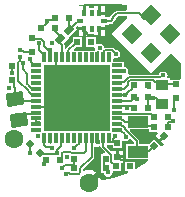
<source format=gtl>
%FSTAX23Y23*%
%MOIN*%
%SFA1B1*%

%IPPOS*%
%AMD17*
4,1,4,-0.024100,-0.027200,0.032000,-0.017300,0.024100,0.027200,-0.032000,0.017300,-0.024100,-0.027200,0.0*
%
%AMD19*
4,1,4,0.002100,0.018700,-0.018700,-0.002100,-0.002100,-0.018700,0.018700,0.002100,0.002100,0.018700,0.0*
%
%AMD22*
4,1,4,-0.034800,0.000000,0.000000,-0.034800,0.034800,0.000000,0.000000,0.034800,-0.034800,0.000000,0.0*
%
%AMD26*
4,1,4,0.000000,-0.015300,0.015300,0.000000,0.000000,0.015300,-0.015300,0.000000,0.000000,-0.015300,0.0*
%
%AMD27*
4,1,4,-0.015300,0.000000,0.000000,-0.015300,0.015300,0.000000,0.000000,0.015300,-0.015300,0.000000,0.0*
%
%ADD14R,0.224410X0.224410*%
%ADD15R,0.011810X0.033470*%
%ADD16R,0.033470X0.011810*%
G04~CAMADD=17~9~0.0~0.0~570.9~452.8~0.0~0.0~0~0.0~0.0~0.0~0.0~0~0.0~0.0~0.0~0.0~0~0.0~0.0~0.0~190.0~640.0~543.0*
%ADD17D17*%
%ADD18R,0.039370X0.035430*%
G04~CAMADD=19~9~0.0~0.0~295.3~236.2~0.0~0.0~0~0.0~0.0~0.0~0.0~0~0.0~0.0~0.0~0.0~0~0.0~0.0~0.0~45.0~374.0~373.0*
%ADD19D19*%
%ADD20R,0.021650X0.021650*%
%ADD21R,0.070870X0.039370*%
G04~CAMADD=22~10~0.0~492.1~0.0~0.0~0.0~0.0~0~0.0~0.0~0.0~0.0~0~0.0~0.0~0.0~0.0~0~0.0~0.0~0.0~135.0~492.1~0.0*
%ADD22D22*%
%ADD23R,0.015750X0.023620*%
%ADD24R,0.023620X0.015750*%
%ADD25R,0.021650X0.021650*%
G04~CAMADD=26~10~0.0~216.5~0.0~0.0~0.0~0.0~0~0.0~0.0~0.0~0.0~0~0.0~0.0~0.0~0.0~0~0.0~0.0~0.0~225.0~216.5~0.0*
%ADD26D26*%
G04~CAMADD=27~10~0.0~216.5~0.0~0.0~0.0~0.0~0~0.0~0.0~0.0~0.0~0~0.0~0.0~0.0~0.0~0~0.0~0.0~0.0~135.0~216.5~0.0*
%ADD27D27*%
%ADD43C,0.005000*%
%ADD44C,0.008000*%
%ADD45C,0.004000*%
%ADD46C,0.006000*%
%ADD47C,0.017720*%
%ADD48C,0.062990*%
%LNlogger_layout_v2_5mil-1*%
%LPD*%
G36*
X00442Y00136D02*
Y00129D01*
X00413*
Y0008*
X00486*
X00488Y00075*
X00483Y0007*
X00457Y00052*
X00448Y00047*
X00443Y0005*
Y0007*
X00412*
Y00039*
X0042*
X00421Y00034*
X00401Y00025*
X0037Y00016*
X00339Y00011*
X00332Y0001*
X00332Y00011*
X00327Y00021*
X00326Y00023*
X00296Y-00006*
X00283Y00006*
X00313Y00036*
X00311Y00037*
X00301Y00042*
X0029Y00043*
X00278Y00042*
X00275Y0004*
X0027Y00043*
X0027Y00047*
X00304Y00081*
X00306Y00084*
X00306Y00087*
Y0012*
X00311Y00123*
X00313Y00121*
X00319Y0012*
X00324Y00121*
X00325Y00122*
X00328Y00122*
X00331Y0012*
X00331Y00118*
X00333Y00116*
X00345Y00103*
X00343Y00098*
X00342Y00098*
X00338Y00098*
X00335Y00096*
X00335Y00095*
X00331*
Y00063*
Y00034*
X0034*
X00341Y00029*
X00345Y00025*
X00349Y00021*
X00355Y0002*
X0036Y00021*
X00364Y00025*
X00368Y00029*
X00369Y00035*
X00369Y00035*
X00372Y00039*
X00397*
Y00066*
X00405*
Y00082*
X00385*
Y00087*
X0038*
Y00107*
X00364*
X0036Y0011*
X00349Y00121*
X00351Y00126*
X00369*
Y00121*
Y00117*
X004*
Y00138*
X00405Y0014*
X00407Y00139*
X00413Y00138*
X00418Y00139*
X00423Y00142*
X00425Y00146*
X00431Y00147*
X00442Y00136*
G37*
G36*
X00491Y00169D02*
X00517D01*
X00519Y00164*
X00511Y00156*
X00523Y00145*
X00537Y00159*
X00544Y00152*
X0053Y00138*
X00539Y00128*
X00536Y00123*
X0053Y00124*
X00508Y00146*
X00492Y00129*
X00457*
Y0014*
X00457Y00142*
X00455Y00145*
X00426Y00173*
X00428Y00178*
X00491*
Y00169*
G37*
G36*
X00416Y00578D02*
X00414Y00574D01*
X00384*
X0038Y00573*
X00377Y00571*
X00365Y00559*
X00363Y00556*
X00363Y00555*
X00358Y00552*
X00358Y00552*
X00356Y00552*
X00343*
Y00561*
X00325*
Y00566*
X0032*
Y00588*
X00307*
Y00583*
X00292*
Y00588*
X00279*
Y00566*
X00269*
Y00588*
X00259*
X00258Y00593*
X00287Y00596*
X00303*
X00398*
X00416Y00578*
G37*
G36*
X00418Y00551D02*
X00368Y00501D01*
X00367Y00498*
X00366Y00497*
X00368Y00493*
X00368*
X00493Y00368*
X00496Y00367*
X00497Y00366*
X00501Y00368*
X00564Y0043*
X00596Y00398*
Y00348*
X00595Y00343*
X00564*
X00559Y00345*
Y00349*
X00555*
X00552Y00354*
X00553Y00358*
X00551Y00363*
X00548Y00368*
X00544Y00371*
X00538Y00372*
X00533Y00371*
X00528Y00368*
X00525Y00363*
X00525Y00361*
X00524Y00361*
X00524Y0036*
X00423*
X00423Y0036*
X0042Y00365*
X00421Y00367*
X00422Y00372*
X00421Y00378*
X00418Y00382*
X00413Y00385*
X00408Y00386*
X00407Y00387*
Y00403*
X00372*
Y00406*
X00369*
Y00414*
X00374Y00417*
X00374Y00417*
X0038Y00416*
X00385Y00417*
X0039Y0042*
X00393Y00424*
X00394Y0043*
X00393Y00435*
X0039Y0044*
X00385Y00443*
X0038Y00444*
X00378Y00443*
X00377Y00443*
X00377Y00445*
X00372Y00449*
X0037Y00451*
X00367Y00451*
X00344*
X00341Y00451*
X00339Y00451*
X00339Y00455*
X00336Y0046*
X00331Y00463*
X00326Y00464*
X0032Y00463*
X00318Y00462*
X00313Y00464*
Y00485*
X00282*
Y00454*
X00308*
X00311Y0045*
X00311Y0045*
X00312Y00446*
X00309Y00442*
X00309Y00441*
X00241*
X00239Y00446*
X00247Y00454*
X00267*
Y00485*
X00236*
Y00469*
X00215Y00448*
X00214Y00447*
X00209Y00449*
Y00449*
X00209Y00452*
X00209Y00452*
Y0046*
X00208Y00463*
X00206Y00466*
Y00467*
X0022Y00481*
X00223Y00484*
X00251Y00512*
X00245Y00517*
X00251Y00523*
X00256Y00521*
Y00518*
X00274*
Y00513*
X00279*
Y00491*
X00292*
Y00496*
X00307*
Y00491*
X0032*
Y00513*
X00325*
Y00518*
X00343*
Y00527*
X00356*
Y0053*
X00363*
X00366Y00531*
X00369Y00533*
X00378Y00542*
X0038Y00545*
X00381Y00548*
Y00549*
X00388Y00555*
X00416*
X00418Y00551*
G37*
%LNlogger_layout_v2_5mil-2*%
%LPC*%
G36*
X00405Y00107D02*
X0039D01*
Y00092*
X00405*
Y00107*
G37*
G36*
X00343Y00588D02*
X0033D01*
Y00571*
X00343*
Y00588*
G37*
G36*
Y00508D02*
X0033D01*
Y00491*
X00343*
Y00508*
G37*
G36*
X00269D02*
X00256D01*
Y00491*
X00269*
Y00508*
G37*
%LNlogger_layout_v2_5mil-3*%
%LPD*%
G54D14*
X0025Y00284D03*
G54D15*
X00358Y00148D03*
X00338D03*
X00318D03*
X00299D03*
X00279D03*
X00259D03*
X0024D03*
X0022D03*
X002D03*
X00181D03*
X00161D03*
X00141D03*
Y0042D03*
X00161D03*
X00181D03*
X002D03*
X0022D03*
X0024D03*
X00259D03*
X00279D03*
X00299D03*
X00318D03*
X00338D03*
X00358D03*
G54D16*
X00114Y00175D03*
Y00195D03*
Y00215D03*
Y00234D03*
Y00254D03*
Y00274D03*
Y00294D03*
Y00313D03*
Y00333D03*
Y00353D03*
Y00372D03*
Y00392D03*
X00385D03*
Y00372D03*
Y00353D03*
Y00333D03*
Y00313D03*
Y00294D03*
Y00274D03*
Y00254D03*
Y00234D03*
Y00215D03*
Y00195D03*
Y00175D03*
G54D17*
X00057Y0021D03*
X00045Y00279D03*
G54D18*
X00535Y00263D03*
Y00326D03*
G54D19*
X00194Y00479D03*
X00225Y0051D03*
G54D20*
X00242Y00079D03*
Y0005D03*
X00347D03*
Y00079D03*
X00382Y00055D03*
X00428D03*
X00147Y00075D03*
X00193D03*
X00507Y0022D03*
X00553D03*
X00488Y00325D03*
X00442D03*
X00298Y0047D03*
X00252D03*
X00553Y00185D03*
X00507D03*
X00488Y00285D03*
X00442D03*
X00488Y0025D03*
X00442D03*
X00132Y00515D03*
X00178D03*
X00223Y0055D03*
X00177D03*
G54D21*
X00454Y00203D03*
Y00104D03*
G54D22*
X00497Y0056D03*
X00434Y00497D03*
X0056D03*
X00497Y00434D03*
G54D23*
X00274Y00566D03*
X003D03*
X00325D03*
X00274Y00513D03*
X003D03*
X00325D03*
G54D24*
X00339Y0054D03*
X0026D03*
G54D25*
X001Y00437D03*
Y00483D03*
X00385Y00087D03*
Y00133D03*
X0058Y00282D03*
Y00328D03*
X00035Y00388D03*
Y00342D03*
G54D26*
X00093Y00131D03*
X00126Y00098D03*
G54D27*
X00541Y00156D03*
X00508Y00123D03*
G54D43*
X00055Y00339D02*
Y00404D01*
X0007Y00378D02*
X00085Y00363D01*
Y00331D02*
Y00363D01*
X0007Y00378D02*
Y00395D01*
X00085Y00331D02*
X0009Y00326D01*
X0007Y00395D02*
X00072Y00398D01*
X00059Y00419D02*
X0006Y0042D01*
X00073Y00437D02*
X001D01*
X00062Y00447D02*
X00073Y00437D01*
X00059Y00407D02*
Y00419D01*
X00055Y00404D02*
X00059Y00407D01*
X00055Y00339D02*
X00089Y00305D01*
Y00304D02*
Y00305D01*
Y00304D02*
X00094Y003D01*
X00103Y0048D02*
X00116D01*
X00118Y00481*
X00131*
X00141Y00471*
X00157Y00443D02*
X0016D01*
X00413Y00342D02*
Y00343D01*
X00423Y00353*
X00408Y00337D02*
X00413Y00342D01*
X00527Y00353D02*
X0053Y00355D01*
X00423Y00353D02*
X00527D01*
X00536Y00355D02*
X00538Y00358D01*
X0053Y00355D02*
X00536D01*
X00504Y00342D02*
X00509Y00337D01*
X00502Y00342D02*
X00504D01*
X00501Y00343D02*
X00502Y00342D01*
X00474Y00343D02*
X00501D01*
X00509Y00337D02*
X00523D01*
X00473Y00342D02*
X00474Y00343D01*
X00456Y00342D02*
X00473D01*
X00455Y00343D02*
X00456Y00342D01*
X00428Y00343D02*
X00455D01*
X0038Y0043D02*
Y0043D01*
X00042Y0032D02*
Y00334D01*
Y0032D02*
X00045Y00317D01*
Y00287D02*
Y00317D01*
X00035Y00342D02*
X00042Y00334D01*
X00045Y00287D02*
X00057Y00274D01*
X00217Y00032D02*
X00228D01*
X00215Y0003D02*
X00217Y00032D01*
X00228Y00103D02*
X00233Y00098D01*
X00203Y00103D02*
X00228D01*
X00199Y00099D02*
X00203Y00103D01*
X00233Y00098D02*
X00254D01*
X00255Y00099D02*
X00274D01*
X00254Y00098D02*
X00255Y00099D01*
X00199Y00081D02*
Y00099D01*
X00193Y00075D02*
X00199Y00081D01*
X0011Y00297D02*
X00114Y00294D01*
X00097Y00297D02*
X0011D01*
X00094Y003D02*
X00097Y00297D01*
X00094Y003D02*
X00094D01*
X00057Y00274D02*
X00114D01*
X00423Y00338D02*
X00428Y00343D01*
X00423Y00338D02*
Y00338D01*
X00422Y00336D02*
X00423Y00338D01*
X00422Y00327D02*
Y00336D01*
X00211Y0006D02*
X00237D01*
X00202Y00051D02*
X00211Y0006D01*
X00202Y0005D02*
Y00051D01*
X0024Y00115D02*
X0024D01*
X00388Y00336D02*
X00405D01*
X00385Y00333D02*
X00388Y00336D01*
X00406Y00337D02*
X00408D01*
X00405Y00336D02*
X00406Y00337D01*
X00371Y00439D02*
X0038Y0043D01*
X00371Y00439D02*
Y00439D01*
X00367Y00444D02*
X00371Y00439D01*
X0011Y00317D02*
X00114Y00313D01*
X0009Y00322D02*
Y00326D01*
X00098Y00317D02*
X0011D01*
X00094Y00318D02*
X00097D01*
X0009Y00322D02*
X00094Y00318D01*
X00097D02*
X00098Y00317D01*
X00157Y00442D02*
X00157Y00443D01*
X00344Y00444D02*
X00367D01*
X00341Y00441D02*
X00344Y00444D01*
X00341Y00422D02*
Y00441D01*
X00408Y00313D02*
X00422Y00327D01*
X00377Y00313D02*
X00408D01*
X00141Y00457D02*
Y00471D01*
Y00457D02*
X00151Y00447D01*
X00153Y00442D02*
Y00445D01*
X00151Y00447D02*
X00151D01*
X00153Y00445*
X001Y00483D02*
X00103Y0048D01*
X00385Y00194D02*
X00393D01*
X00396Y00195D02*
X00402Y00189D01*
X00385Y00195D02*
X00396D01*
X00402Y00189D02*
X00405D01*
X0041Y00184*
Y00179D02*
Y00184D01*
Y00179D02*
X00413Y00176D01*
X00451Y00203D02*
X00454D01*
X00411D02*
X00451D01*
X00405Y00208D02*
X00411Y00203D01*
X00403Y00208D02*
X00405D01*
X004Y00211D02*
X00403Y00208D01*
X004Y00211D02*
X004D01*
X00397Y00213D02*
X004Y00211D01*
X00397Y00213D02*
Y00214D01*
X00496Y0023D02*
X00507Y0022D01*
X00413Y0023D02*
X00496D01*
X00396Y00234D02*
X00402Y00228D01*
X00411*
X00413Y0023*
X00385Y00234D02*
X00396D01*
X00256Y00134D02*
X00257Y00135D01*
X00256Y00131D02*
Y00134D01*
X00253Y00128D02*
X00256Y00131D01*
X00253Y00128D02*
Y00128D01*
X0024Y00115D02*
X00253Y00128D01*
X00261Y00036D02*
Y00048D01*
X00228Y00031D02*
X00256D01*
X00228Y00032D02*
X00228Y00031D01*
X00261Y00048D02*
X00299Y00087D01*
X00256Y00031D02*
X00261Y00036D01*
X00338Y00121D02*
X00365Y00094D01*
Y00071D02*
Y00094D01*
Y00071D02*
X00382Y00055D01*
X0045Y00105D02*
Y0014D01*
Y00105D02*
X0049D01*
X00534Y00327D02*
X00534Y00328D01*
X00318Y0042D02*
X00321Y00422D01*
Y00441*
X00338Y0042D02*
X00341Y00422D01*
X00164Y0012D02*
X00167Y00117D01*
X00148Y0012D02*
X00164D01*
X00141Y00127D02*
X00148Y0012D01*
X00141Y00127D02*
Y00148D01*
X00413Y00176D02*
D01*
X0045Y0014*
X00159Y00421D02*
X00161Y0042D01*
X00159Y00421D02*
Y0044D01*
X00157Y00442D02*
X00159Y0044D01*
X00456Y00071D02*
Y00073D01*
X00455Y00075D02*
X00456Y00073D01*
X00385Y00087D02*
X00397Y00075D01*
X00455*
X00338Y00121D02*
Y00148D01*
X00523Y00337D02*
X00535Y00326D01*
X00242Y0005D02*
Y00079D01*
X00299Y00087D02*
Y00148D01*
X00279Y00105D02*
Y00148D01*
X00274Y00099D02*
X00279Y00105D01*
X00045Y00229D02*
X00097D01*
X00103Y00234*
X00114*
X0049Y00105D02*
X00508Y00123D01*
X00534Y00328D02*
X0058D01*
G54D44*
X00095Y00412D02*
X00096Y0041D01*
X00034Y00387D02*
X00035Y00388D01*
X00034Y00367D02*
Y00387D01*
X00096Y00403D02*
X00105Y00395D01*
X00096Y00403D02*
Y0041D01*
X00125Y00444D02*
Y00465D01*
X00274Y00566D02*
X00278Y0057D01*
Y00577*
X0028Y00579*
X0017Y00543D02*
X00177Y0055D01*
X00158Y00543D02*
X0017D01*
X00153Y00538D02*
X00158Y00543D01*
X00151Y00538D02*
X00153D01*
X00132Y00515D02*
X0015Y00533D01*
X00193Y00467D02*
Y00478D01*
Y00467D02*
X002Y0046D01*
X00227Y00512D02*
X00251Y00536D01*
X00225Y0051D02*
X00227Y00512D01*
X00251Y00536D02*
X00256D01*
X0026Y0054*
X00227Y00512D02*
Y00523D01*
X00225Y00525D02*
X00227Y00523D01*
X00225Y00525D02*
Y00547D01*
X00223Y0055D02*
X00225Y00547D01*
X00194Y00479D02*
Y00488D01*
X00173Y0051D02*
X00194Y00488D01*
X00193Y00478D02*
X00194Y00479D01*
X002Y0045D02*
Y0046D01*
Y0045D02*
X002Y00449D01*
Y0042D02*
Y00449D01*
X00217Y00086D02*
X00218D01*
X00218Y00086*
X00176Y00098D02*
X00181D01*
X00183Y001*
X00175Y00096D02*
X00176Y00098D01*
X00141Y00064D02*
X00144D01*
X00141Y0042D02*
Y00428D01*
X00222Y00421D02*
Y00442D01*
X00243Y00463D02*
X00245D01*
X00222Y00442D02*
X00243Y00463D01*
X00245D02*
X00252Y0047D01*
X00123Y00443D02*
X00125Y00444D01*
X00289Y00491D02*
X0032D01*
X00323Y00511D02*
X00325Y00513D01*
X00323Y00494D02*
Y00511D01*
X0032Y00491D02*
X00323Y00494D01*
X00274Y00509D02*
Y00513D01*
Y00509D02*
X00278Y00505D01*
X00278*
X00283Y005*
Y00497D02*
Y005D01*
Y00497D02*
X00289Y00491D01*
X00451Y00203D02*
X00464Y0019D01*
X00198Y00123D02*
Y00146D01*
X00183Y00108D02*
X00198Y00123D01*
X00121Y00197D02*
Y00198D01*
X00126Y00096D02*
X00134D01*
X00135Y00098*
X00137Y00096*
X00175*
X00093Y00102D02*
X00095Y00101D01*
X00093Y00102D02*
Y00131D01*
X00575Y00277D02*
X0058Y00282D01*
X00575Y00243D02*
Y00277D01*
X00378Y00153D02*
Y00155D01*
X0041Y00155D02*
X00413Y00152D01*
X0041Y00155D02*
Y00162D01*
X0037Y00145D02*
X00378Y00153D01*
X00144Y00064D02*
X00145Y00065D01*
X0037Y00136D02*
X00376D01*
X00361D02*
X0037D01*
Y00145*
X00379Y00174D02*
X00398D01*
X0041Y00162*
X00274Y00566D02*
Y0057D01*
X0027Y00574D02*
X00274Y0057D01*
X00568Y00203D02*
X0057Y00205D01*
X00546Y00178D02*
X00553Y00185D01*
Y00202*
X00561Y00203D02*
X00568D01*
X0056Y00202D02*
X00561Y00203D01*
X00553Y00202D02*
X0056D01*
X00488Y00284D02*
X00504D01*
X00576Y00285D02*
X0058Y00282D01*
X00488Y00285D02*
X00488Y00284D01*
X00504D02*
X00504Y00284D01*
X00123Y00195D02*
X00123Y00195D01*
X00121Y00197D02*
X00123Y00195D01*
X00114Y00198D02*
Y00215D01*
X00123Y00195D02*
X00123D01*
X00114D02*
X00123D01*
X00123Y00195D02*
X00123D01*
X00123Y00195D02*
X00123Y00195D01*
X00105Y00195D02*
X00105Y00195D01*
X00114*
X00505Y00283D02*
X00513D01*
X00179Y00409D02*
Y0042D01*
X00105Y00254D02*
X00212D01*
X0022Y0042D02*
X00222Y00421D01*
X00488Y00255D02*
Y00285D01*
X00533Y00263D02*
X00535D01*
X00513Y00283D02*
X00533Y00263D01*
X0044Y00326D02*
X00442Y00325D01*
Y00325D02*
Y00325D01*
X00363Y0054D02*
X00372Y00548D01*
X00339Y0054D02*
X00363D01*
X00155Y00315D02*
Y00356D01*
X00153Y00357D02*
X00155Y00356D01*
X00372Y00552D02*
X00384Y00565D01*
X00474Y00547D02*
X00485D01*
X00457Y00565D02*
X00474Y00547D01*
X00384Y00565D02*
X00457D01*
X00372Y00548D02*
Y00552D01*
X00342Y0006D02*
Y00089D01*
X00179Y00409D02*
X00181Y00407D01*
Y00344D02*
Y00407D01*
Y00344D02*
X00241Y00284D01*
X0014Y00426D02*
X00141Y00428D01*
X00123Y00443D02*
X0014Y00426D01*
D01*
X00464Y0019D02*
X00507D01*
X00212Y00254D02*
X00241Y00284D01*
X00376Y00136D02*
X0038Y00133D01*
X00361Y00136D02*
X00361Y00136D01*
G54D45*
X00408Y00372D02*
Y00373D01*
X00408Y00373D02*
X00408Y00373D01*
X00378Y00214D02*
X00397D01*
X0016Y00135D02*
Y0015D01*
Y00135D02*
X00162Y00133D01*
X0024Y0042D02*
X0024Y0042D01*
X00355Y00035D02*
Y00035D01*
X00347Y00043D02*
X00355Y00035D01*
X00347Y00043D02*
Y0005D01*
X00377Y00215D02*
X00378Y00214D01*
G54D46*
X00377Y00274D02*
X00385D01*
X00431*
X00442Y00285*
X00414Y00294D02*
X00422Y00302D01*
X00385Y00294D02*
X00414D01*
X00417Y00248D02*
X00418Y00249D01*
Y00255*
X00434Y00317D02*
X00442Y00325D01*
X00418Y00255D02*
X00442D01*
X00377D02*
X00418D01*
X00427Y00309D02*
X00429D01*
X00422Y00304D02*
X00427Y00309D01*
X00434Y00314D02*
Y00317D01*
X00429Y00309D02*
X00434Y00314D01*
X00422Y00302D02*
Y00304D01*
G54D47*
X00034Y00367D03*
X0019Y0038D03*
X00255Y0035D03*
X00072Y00398D03*
X0006Y0042D03*
X00062Y00442D03*
X00095Y00412D03*
X00125Y00465D03*
X0016Y00443D03*
X00168Y00215D03*
X00151Y00538D03*
X00167Y00466D03*
X0052Y00375D03*
X00538Y00358D03*
X0047Y00375D03*
X00408Y00372D03*
X0038Y0043D03*
X00024Y00315D03*
X00215Y0003D03*
X00217Y00086D03*
X00183Y001D03*
X0038Y0003D03*
X00299Y00425D03*
X00251Y0047D03*
X00445Y004D03*
X0039Y00353D03*
X00181Y00158D03*
X0022Y00155D03*
X00141Y00064D03*
X00202Y0005D03*
X0024Y00115D03*
X00424Y0042D03*
X00398Y00443D03*
X0038Y00467D03*
X0041Y00292D03*
X0024Y00415D03*
X00491Y00319D03*
X0045Y0028D03*
X00326Y0045D03*
X00319Y00135D03*
X00167Y00117D03*
X00121Y00198D03*
X00156Y00325D03*
X00161Y00142D03*
X00095Y00101D03*
X0036Y00495D03*
X00575Y00243D03*
X00417Y00248D03*
X00378Y00155D03*
X00413Y00152D03*
X0057Y00205D03*
X00481Y00144D03*
X00175Y00185D03*
X00291Y00349D03*
X0033Y0035D03*
X00286Y00294D03*
X00196Y00274D03*
X00346Y00184D03*
X0039Y00541D03*
X0041Y00586D03*
X00365D03*
Y00516D03*
X00585Y00391D03*
X00565Y00365D03*
X0055Y004D03*
X00504Y00284D03*
X00122Y00156D03*
X00456Y00071D03*
X00355Y00035D03*
G54D48*
X0029Y0D03*
X0004Y00145D03*
M02*
</source>
